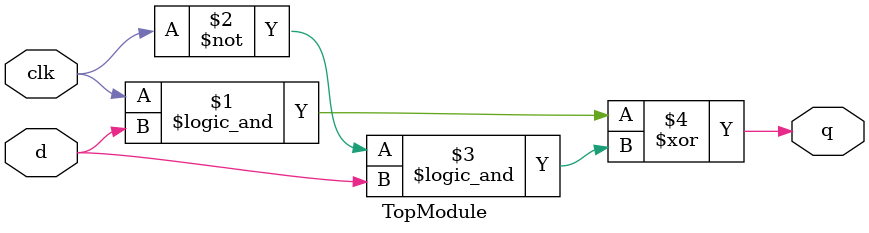
<source format=sv>


module TopModule (
  input clk,
  input d,
  output reg q
);

assign q = (clk && d) ^ (~clk && d);
endmodule

</source>
